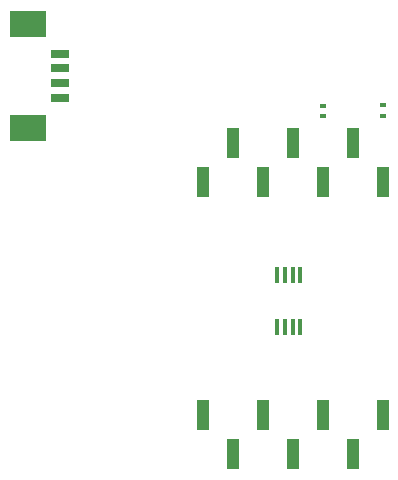
<source format=gbr>
G04 #@! TF.GenerationSoftware,KiCad,Pcbnew,(5.1.2)-2*
G04 #@! TF.CreationDate,2021-09-09T10:29:02-03:00*
G04 #@! TF.ProjectId,MAG_Plus,4d41475f-506c-4757-932e-6b696361645f,rev?*
G04 #@! TF.SameCoordinates,Original*
G04 #@! TF.FileFunction,Paste,Top*
G04 #@! TF.FilePolarity,Positive*
%FSLAX46Y46*%
G04 Gerber Fmt 4.6, Leading zero omitted, Abs format (unit mm)*
G04 Created by KiCad (PCBNEW (5.1.2)-2) date 2021-09-09 10:29:02*
%MOMM*%
%LPD*%
G04 APERTURE LIST*
%ADD10R,1.000000X2.510000*%
%ADD11R,3.100000X2.200000*%
%ADD12R,1.500000X0.800000*%
%ADD13R,0.450000X1.450000*%
%ADD14R,0.600000X0.400000*%
G04 APERTURE END LIST*
D10*
X489170000Y-65025000D03*
X494250000Y-65025000D03*
X499330000Y-65025000D03*
X504410000Y-65025000D03*
X491710000Y-61715000D03*
X496790000Y-61715000D03*
X501870000Y-61715000D03*
D11*
X474335000Y-60405000D03*
X474335000Y-51655000D03*
D12*
X477085000Y-57905000D03*
X477085000Y-56655000D03*
X477085000Y-55405000D03*
X477085000Y-54155000D03*
D10*
X491690000Y-88025000D03*
X496770000Y-88025000D03*
X501850000Y-88025000D03*
X489150000Y-84715000D03*
X494230000Y-84715000D03*
X499310000Y-84715000D03*
X504390000Y-84715000D03*
D13*
X497420000Y-72910000D03*
X496770000Y-72910000D03*
X496120000Y-72910000D03*
X495470000Y-72910000D03*
X495470000Y-77310000D03*
X496120000Y-77310000D03*
X496770000Y-77310000D03*
X497420000Y-77310000D03*
D14*
X499330000Y-58550000D03*
X499330000Y-59450000D03*
X504420000Y-59440000D03*
X504420000Y-58540000D03*
M02*

</source>
